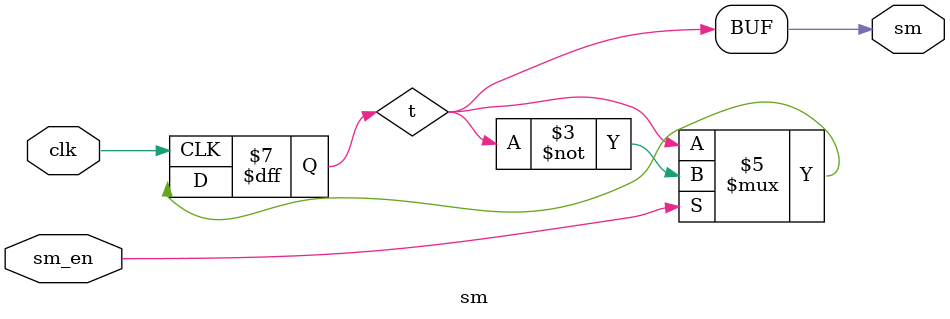
<source format=v>
module sm(sm_en,sm,clk);
output sm;
input sm_en,clk;
reg t=1'b0;
always @(negedge clk)
begin
if(sm_en==1'b1)
t<=~t;
end
assign sm=t;
endmodule

</source>
